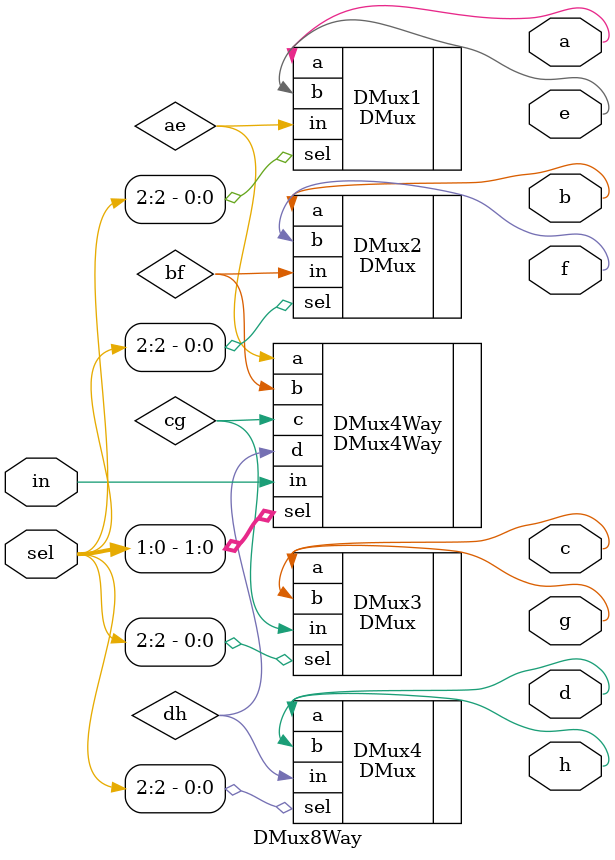
<source format=v>
module DMux8Way (
  input wire in,
  input wire [2:0] sel,
  output wire a, b, c, d, e, f, g, h
);

wire ae, bf, cg, dh;

DMux4Way DMux4Way(.in(in), .sel(sel[1:0]), .a(ae), .b(bf), .c(cg), .d(dh));

DMux DMux1(.in(ae), .sel(sel[2]), .a(a), .b(e));
DMux DMux2(.in(bf), .sel(sel[2]), .a(b), .b(f));
DMux DMux3(.in(cg), .sel(sel[2]), .a(c), .b(g));
DMux DMux4(.in(dh), .sel(sel[2]), .a(d), .b(h));

endmodule

</source>
